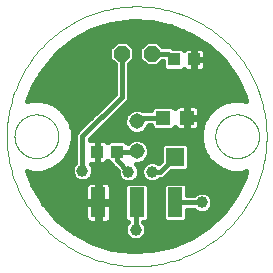
<source format=gtl>
G75*
%MOIN*%
%OFA0B0*%
%FSLAX25Y25*%
%IPPOS*%
%LPD*%
%AMOC8*
5,1,8,0,0,1.08239X$1,22.5*
%
%ADD10C,0.00197*%
%ADD11C,0.00000*%
%ADD12C,0.05150*%
%ADD13OC8,0.05200*%
%ADD14R,0.03937X0.04331*%
%ADD15R,0.05906X0.06299*%
%ADD16R,0.04724X0.04724*%
%ADD17R,0.05000X0.10000*%
%ADD18C,0.01600*%
%ADD19C,0.03962*%
D10*
X0001800Y0045501D02*
X0001813Y0046564D01*
X0001852Y0047626D01*
X0001917Y0048687D01*
X0002009Y0049746D01*
X0002126Y0050802D01*
X0002269Y0051855D01*
X0002438Y0052905D01*
X0002632Y0053950D01*
X0002852Y0054990D01*
X0003098Y0056024D01*
X0003369Y0057052D01*
X0003665Y0058072D01*
X0003986Y0059086D01*
X0004332Y0060091D01*
X0004702Y0061087D01*
X0005097Y0062074D01*
X0005515Y0063051D01*
X0005958Y0064017D01*
X0006424Y0064972D01*
X0006914Y0065916D01*
X0007426Y0066847D01*
X0007961Y0067765D01*
X0008519Y0068670D01*
X0009099Y0069561D01*
X0009700Y0070438D01*
X0010322Y0071299D01*
X0010966Y0072145D01*
X0011630Y0072975D01*
X0012315Y0073788D01*
X0013019Y0074584D01*
X0013742Y0075363D01*
X0014484Y0076124D01*
X0015245Y0076866D01*
X0016024Y0077589D01*
X0016820Y0078293D01*
X0017633Y0078978D01*
X0018463Y0079642D01*
X0019309Y0080286D01*
X0020170Y0080908D01*
X0021047Y0081509D01*
X0021938Y0082089D01*
X0022843Y0082647D01*
X0023761Y0083182D01*
X0024692Y0083694D01*
X0025636Y0084184D01*
X0026591Y0084650D01*
X0027557Y0085093D01*
X0028534Y0085511D01*
X0029521Y0085906D01*
X0030517Y0086276D01*
X0031522Y0086622D01*
X0032536Y0086943D01*
X0033556Y0087239D01*
X0034584Y0087510D01*
X0035618Y0087756D01*
X0036658Y0087976D01*
X0037703Y0088170D01*
X0038753Y0088339D01*
X0039806Y0088482D01*
X0040862Y0088599D01*
X0041921Y0088691D01*
X0042982Y0088756D01*
X0044044Y0088795D01*
X0045107Y0088808D01*
X0046170Y0088795D01*
X0047232Y0088756D01*
X0048293Y0088691D01*
X0049352Y0088599D01*
X0050408Y0088482D01*
X0051461Y0088339D01*
X0052511Y0088170D01*
X0053556Y0087976D01*
X0054596Y0087756D01*
X0055630Y0087510D01*
X0056658Y0087239D01*
X0057678Y0086943D01*
X0058692Y0086622D01*
X0059697Y0086276D01*
X0060693Y0085906D01*
X0061680Y0085511D01*
X0062657Y0085093D01*
X0063623Y0084650D01*
X0064578Y0084184D01*
X0065522Y0083694D01*
X0066453Y0083182D01*
X0067371Y0082647D01*
X0068276Y0082089D01*
X0069167Y0081509D01*
X0070044Y0080908D01*
X0070905Y0080286D01*
X0071751Y0079642D01*
X0072581Y0078978D01*
X0073394Y0078293D01*
X0074190Y0077589D01*
X0074969Y0076866D01*
X0075730Y0076124D01*
X0076472Y0075363D01*
X0077195Y0074584D01*
X0077899Y0073788D01*
X0078584Y0072975D01*
X0079248Y0072145D01*
X0079892Y0071299D01*
X0080514Y0070438D01*
X0081115Y0069561D01*
X0081695Y0068670D01*
X0082253Y0067765D01*
X0082788Y0066847D01*
X0083300Y0065916D01*
X0083790Y0064972D01*
X0084256Y0064017D01*
X0084699Y0063051D01*
X0085117Y0062074D01*
X0085512Y0061087D01*
X0085882Y0060091D01*
X0086228Y0059086D01*
X0086549Y0058072D01*
X0086845Y0057052D01*
X0087116Y0056024D01*
X0087362Y0054990D01*
X0087582Y0053950D01*
X0087776Y0052905D01*
X0087945Y0051855D01*
X0088088Y0050802D01*
X0088205Y0049746D01*
X0088297Y0048687D01*
X0088362Y0047626D01*
X0088401Y0046564D01*
X0088414Y0045501D01*
X0088401Y0044438D01*
X0088362Y0043376D01*
X0088297Y0042315D01*
X0088205Y0041256D01*
X0088088Y0040200D01*
X0087945Y0039147D01*
X0087776Y0038097D01*
X0087582Y0037052D01*
X0087362Y0036012D01*
X0087116Y0034978D01*
X0086845Y0033950D01*
X0086549Y0032930D01*
X0086228Y0031916D01*
X0085882Y0030911D01*
X0085512Y0029915D01*
X0085117Y0028928D01*
X0084699Y0027951D01*
X0084256Y0026985D01*
X0083790Y0026030D01*
X0083300Y0025086D01*
X0082788Y0024155D01*
X0082253Y0023237D01*
X0081695Y0022332D01*
X0081115Y0021441D01*
X0080514Y0020564D01*
X0079892Y0019703D01*
X0079248Y0018857D01*
X0078584Y0018027D01*
X0077899Y0017214D01*
X0077195Y0016418D01*
X0076472Y0015639D01*
X0075730Y0014878D01*
X0074969Y0014136D01*
X0074190Y0013413D01*
X0073394Y0012709D01*
X0072581Y0012024D01*
X0071751Y0011360D01*
X0070905Y0010716D01*
X0070044Y0010094D01*
X0069167Y0009493D01*
X0068276Y0008913D01*
X0067371Y0008355D01*
X0066453Y0007820D01*
X0065522Y0007308D01*
X0064578Y0006818D01*
X0063623Y0006352D01*
X0062657Y0005909D01*
X0061680Y0005491D01*
X0060693Y0005096D01*
X0059697Y0004726D01*
X0058692Y0004380D01*
X0057678Y0004059D01*
X0056658Y0003763D01*
X0055630Y0003492D01*
X0054596Y0003246D01*
X0053556Y0003026D01*
X0052511Y0002832D01*
X0051461Y0002663D01*
X0050408Y0002520D01*
X0049352Y0002403D01*
X0048293Y0002311D01*
X0047232Y0002246D01*
X0046170Y0002207D01*
X0045107Y0002194D01*
X0044044Y0002207D01*
X0042982Y0002246D01*
X0041921Y0002311D01*
X0040862Y0002403D01*
X0039806Y0002520D01*
X0038753Y0002663D01*
X0037703Y0002832D01*
X0036658Y0003026D01*
X0035618Y0003246D01*
X0034584Y0003492D01*
X0033556Y0003763D01*
X0032536Y0004059D01*
X0031522Y0004380D01*
X0030517Y0004726D01*
X0029521Y0005096D01*
X0028534Y0005491D01*
X0027557Y0005909D01*
X0026591Y0006352D01*
X0025636Y0006818D01*
X0024692Y0007308D01*
X0023761Y0007820D01*
X0022843Y0008355D01*
X0021938Y0008913D01*
X0021047Y0009493D01*
X0020170Y0010094D01*
X0019309Y0010716D01*
X0018463Y0011360D01*
X0017633Y0012024D01*
X0016820Y0012709D01*
X0016024Y0013413D01*
X0015245Y0014136D01*
X0014484Y0014878D01*
X0013742Y0015639D01*
X0013019Y0016418D01*
X0012315Y0017214D01*
X0011630Y0018027D01*
X0010966Y0018857D01*
X0010322Y0019703D01*
X0009700Y0020564D01*
X0009099Y0021441D01*
X0008519Y0022332D01*
X0007961Y0023237D01*
X0007426Y0024155D01*
X0006914Y0025086D01*
X0006424Y0026030D01*
X0005958Y0026985D01*
X0005515Y0027951D01*
X0005097Y0028928D01*
X0004702Y0029915D01*
X0004332Y0030911D01*
X0003986Y0031916D01*
X0003665Y0032930D01*
X0003369Y0033950D01*
X0003098Y0034978D01*
X0002852Y0036012D01*
X0002632Y0037052D01*
X0002438Y0038097D01*
X0002269Y0039147D01*
X0002126Y0040200D01*
X0002009Y0041256D01*
X0001917Y0042315D01*
X0001852Y0043376D01*
X0001813Y0044438D01*
X0001800Y0045501D01*
D11*
X0004360Y0045501D02*
X0004362Y0045680D01*
X0004369Y0045858D01*
X0004380Y0046037D01*
X0004395Y0046215D01*
X0004415Y0046393D01*
X0004439Y0046570D01*
X0004467Y0046746D01*
X0004500Y0046922D01*
X0004537Y0047097D01*
X0004578Y0047271D01*
X0004624Y0047443D01*
X0004674Y0047615D01*
X0004728Y0047786D01*
X0004786Y0047955D01*
X0004848Y0048122D01*
X0004914Y0048288D01*
X0004985Y0048452D01*
X0005059Y0048615D01*
X0005138Y0048776D01*
X0005220Y0048934D01*
X0005306Y0049091D01*
X0005396Y0049245D01*
X0005490Y0049397D01*
X0005587Y0049547D01*
X0005689Y0049695D01*
X0005793Y0049839D01*
X0005901Y0049982D01*
X0006013Y0050121D01*
X0006128Y0050258D01*
X0006247Y0050392D01*
X0006368Y0050523D01*
X0006493Y0050651D01*
X0006621Y0050776D01*
X0006752Y0050897D01*
X0006886Y0051016D01*
X0007023Y0051131D01*
X0007162Y0051243D01*
X0007305Y0051351D01*
X0007449Y0051455D01*
X0007597Y0051557D01*
X0007747Y0051654D01*
X0007899Y0051748D01*
X0008053Y0051838D01*
X0008210Y0051924D01*
X0008368Y0052006D01*
X0008529Y0052085D01*
X0008692Y0052159D01*
X0008856Y0052230D01*
X0009022Y0052296D01*
X0009189Y0052358D01*
X0009358Y0052416D01*
X0009529Y0052470D01*
X0009701Y0052520D01*
X0009873Y0052566D01*
X0010047Y0052607D01*
X0010222Y0052644D01*
X0010398Y0052677D01*
X0010574Y0052705D01*
X0010751Y0052729D01*
X0010929Y0052749D01*
X0011107Y0052764D01*
X0011286Y0052775D01*
X0011464Y0052782D01*
X0011643Y0052784D01*
X0011822Y0052782D01*
X0012000Y0052775D01*
X0012179Y0052764D01*
X0012357Y0052749D01*
X0012535Y0052729D01*
X0012712Y0052705D01*
X0012888Y0052677D01*
X0013064Y0052644D01*
X0013239Y0052607D01*
X0013413Y0052566D01*
X0013585Y0052520D01*
X0013757Y0052470D01*
X0013928Y0052416D01*
X0014097Y0052358D01*
X0014264Y0052296D01*
X0014430Y0052230D01*
X0014594Y0052159D01*
X0014757Y0052085D01*
X0014918Y0052006D01*
X0015076Y0051924D01*
X0015233Y0051838D01*
X0015387Y0051748D01*
X0015539Y0051654D01*
X0015689Y0051557D01*
X0015837Y0051455D01*
X0015981Y0051351D01*
X0016124Y0051243D01*
X0016263Y0051131D01*
X0016400Y0051016D01*
X0016534Y0050897D01*
X0016665Y0050776D01*
X0016793Y0050651D01*
X0016918Y0050523D01*
X0017039Y0050392D01*
X0017158Y0050258D01*
X0017273Y0050121D01*
X0017385Y0049982D01*
X0017493Y0049839D01*
X0017597Y0049695D01*
X0017699Y0049547D01*
X0017796Y0049397D01*
X0017890Y0049245D01*
X0017980Y0049091D01*
X0018066Y0048934D01*
X0018148Y0048776D01*
X0018227Y0048615D01*
X0018301Y0048452D01*
X0018372Y0048288D01*
X0018438Y0048122D01*
X0018500Y0047955D01*
X0018558Y0047786D01*
X0018612Y0047615D01*
X0018662Y0047443D01*
X0018708Y0047271D01*
X0018749Y0047097D01*
X0018786Y0046922D01*
X0018819Y0046746D01*
X0018847Y0046570D01*
X0018871Y0046393D01*
X0018891Y0046215D01*
X0018906Y0046037D01*
X0018917Y0045858D01*
X0018924Y0045680D01*
X0018926Y0045501D01*
X0018924Y0045322D01*
X0018917Y0045144D01*
X0018906Y0044965D01*
X0018891Y0044787D01*
X0018871Y0044609D01*
X0018847Y0044432D01*
X0018819Y0044256D01*
X0018786Y0044080D01*
X0018749Y0043905D01*
X0018708Y0043731D01*
X0018662Y0043559D01*
X0018612Y0043387D01*
X0018558Y0043216D01*
X0018500Y0043047D01*
X0018438Y0042880D01*
X0018372Y0042714D01*
X0018301Y0042550D01*
X0018227Y0042387D01*
X0018148Y0042226D01*
X0018066Y0042068D01*
X0017980Y0041911D01*
X0017890Y0041757D01*
X0017796Y0041605D01*
X0017699Y0041455D01*
X0017597Y0041307D01*
X0017493Y0041163D01*
X0017385Y0041020D01*
X0017273Y0040881D01*
X0017158Y0040744D01*
X0017039Y0040610D01*
X0016918Y0040479D01*
X0016793Y0040351D01*
X0016665Y0040226D01*
X0016534Y0040105D01*
X0016400Y0039986D01*
X0016263Y0039871D01*
X0016124Y0039759D01*
X0015981Y0039651D01*
X0015837Y0039547D01*
X0015689Y0039445D01*
X0015539Y0039348D01*
X0015387Y0039254D01*
X0015233Y0039164D01*
X0015076Y0039078D01*
X0014918Y0038996D01*
X0014757Y0038917D01*
X0014594Y0038843D01*
X0014430Y0038772D01*
X0014264Y0038706D01*
X0014097Y0038644D01*
X0013928Y0038586D01*
X0013757Y0038532D01*
X0013585Y0038482D01*
X0013413Y0038436D01*
X0013239Y0038395D01*
X0013064Y0038358D01*
X0012888Y0038325D01*
X0012712Y0038297D01*
X0012535Y0038273D01*
X0012357Y0038253D01*
X0012179Y0038238D01*
X0012000Y0038227D01*
X0011822Y0038220D01*
X0011643Y0038218D01*
X0011464Y0038220D01*
X0011286Y0038227D01*
X0011107Y0038238D01*
X0010929Y0038253D01*
X0010751Y0038273D01*
X0010574Y0038297D01*
X0010398Y0038325D01*
X0010222Y0038358D01*
X0010047Y0038395D01*
X0009873Y0038436D01*
X0009701Y0038482D01*
X0009529Y0038532D01*
X0009358Y0038586D01*
X0009189Y0038644D01*
X0009022Y0038706D01*
X0008856Y0038772D01*
X0008692Y0038843D01*
X0008529Y0038917D01*
X0008368Y0038996D01*
X0008210Y0039078D01*
X0008053Y0039164D01*
X0007899Y0039254D01*
X0007747Y0039348D01*
X0007597Y0039445D01*
X0007449Y0039547D01*
X0007305Y0039651D01*
X0007162Y0039759D01*
X0007023Y0039871D01*
X0006886Y0039986D01*
X0006752Y0040105D01*
X0006621Y0040226D01*
X0006493Y0040351D01*
X0006368Y0040479D01*
X0006247Y0040610D01*
X0006128Y0040744D01*
X0006013Y0040881D01*
X0005901Y0041020D01*
X0005793Y0041163D01*
X0005689Y0041307D01*
X0005587Y0041455D01*
X0005490Y0041605D01*
X0005396Y0041757D01*
X0005306Y0041911D01*
X0005220Y0042068D01*
X0005138Y0042226D01*
X0005059Y0042387D01*
X0004985Y0042550D01*
X0004914Y0042714D01*
X0004848Y0042880D01*
X0004786Y0043047D01*
X0004728Y0043216D01*
X0004674Y0043387D01*
X0004624Y0043559D01*
X0004578Y0043731D01*
X0004537Y0043905D01*
X0004500Y0044080D01*
X0004467Y0044256D01*
X0004439Y0044432D01*
X0004415Y0044609D01*
X0004395Y0044787D01*
X0004380Y0044965D01*
X0004369Y0045144D01*
X0004362Y0045322D01*
X0004360Y0045501D01*
X0071289Y0045501D02*
X0071291Y0045680D01*
X0071298Y0045858D01*
X0071309Y0046037D01*
X0071324Y0046215D01*
X0071344Y0046393D01*
X0071368Y0046570D01*
X0071396Y0046746D01*
X0071429Y0046922D01*
X0071466Y0047097D01*
X0071507Y0047271D01*
X0071553Y0047443D01*
X0071603Y0047615D01*
X0071657Y0047786D01*
X0071715Y0047955D01*
X0071777Y0048122D01*
X0071843Y0048288D01*
X0071914Y0048452D01*
X0071988Y0048615D01*
X0072067Y0048776D01*
X0072149Y0048934D01*
X0072235Y0049091D01*
X0072325Y0049245D01*
X0072419Y0049397D01*
X0072516Y0049547D01*
X0072618Y0049695D01*
X0072722Y0049839D01*
X0072830Y0049982D01*
X0072942Y0050121D01*
X0073057Y0050258D01*
X0073176Y0050392D01*
X0073297Y0050523D01*
X0073422Y0050651D01*
X0073550Y0050776D01*
X0073681Y0050897D01*
X0073815Y0051016D01*
X0073952Y0051131D01*
X0074091Y0051243D01*
X0074234Y0051351D01*
X0074378Y0051455D01*
X0074526Y0051557D01*
X0074676Y0051654D01*
X0074828Y0051748D01*
X0074982Y0051838D01*
X0075139Y0051924D01*
X0075297Y0052006D01*
X0075458Y0052085D01*
X0075621Y0052159D01*
X0075785Y0052230D01*
X0075951Y0052296D01*
X0076118Y0052358D01*
X0076287Y0052416D01*
X0076458Y0052470D01*
X0076630Y0052520D01*
X0076802Y0052566D01*
X0076976Y0052607D01*
X0077151Y0052644D01*
X0077327Y0052677D01*
X0077503Y0052705D01*
X0077680Y0052729D01*
X0077858Y0052749D01*
X0078036Y0052764D01*
X0078215Y0052775D01*
X0078393Y0052782D01*
X0078572Y0052784D01*
X0078751Y0052782D01*
X0078929Y0052775D01*
X0079108Y0052764D01*
X0079286Y0052749D01*
X0079464Y0052729D01*
X0079641Y0052705D01*
X0079817Y0052677D01*
X0079993Y0052644D01*
X0080168Y0052607D01*
X0080342Y0052566D01*
X0080514Y0052520D01*
X0080686Y0052470D01*
X0080857Y0052416D01*
X0081026Y0052358D01*
X0081193Y0052296D01*
X0081359Y0052230D01*
X0081523Y0052159D01*
X0081686Y0052085D01*
X0081847Y0052006D01*
X0082005Y0051924D01*
X0082162Y0051838D01*
X0082316Y0051748D01*
X0082468Y0051654D01*
X0082618Y0051557D01*
X0082766Y0051455D01*
X0082910Y0051351D01*
X0083053Y0051243D01*
X0083192Y0051131D01*
X0083329Y0051016D01*
X0083463Y0050897D01*
X0083594Y0050776D01*
X0083722Y0050651D01*
X0083847Y0050523D01*
X0083968Y0050392D01*
X0084087Y0050258D01*
X0084202Y0050121D01*
X0084314Y0049982D01*
X0084422Y0049839D01*
X0084526Y0049695D01*
X0084628Y0049547D01*
X0084725Y0049397D01*
X0084819Y0049245D01*
X0084909Y0049091D01*
X0084995Y0048934D01*
X0085077Y0048776D01*
X0085156Y0048615D01*
X0085230Y0048452D01*
X0085301Y0048288D01*
X0085367Y0048122D01*
X0085429Y0047955D01*
X0085487Y0047786D01*
X0085541Y0047615D01*
X0085591Y0047443D01*
X0085637Y0047271D01*
X0085678Y0047097D01*
X0085715Y0046922D01*
X0085748Y0046746D01*
X0085776Y0046570D01*
X0085800Y0046393D01*
X0085820Y0046215D01*
X0085835Y0046037D01*
X0085846Y0045858D01*
X0085853Y0045680D01*
X0085855Y0045501D01*
X0085853Y0045322D01*
X0085846Y0045144D01*
X0085835Y0044965D01*
X0085820Y0044787D01*
X0085800Y0044609D01*
X0085776Y0044432D01*
X0085748Y0044256D01*
X0085715Y0044080D01*
X0085678Y0043905D01*
X0085637Y0043731D01*
X0085591Y0043559D01*
X0085541Y0043387D01*
X0085487Y0043216D01*
X0085429Y0043047D01*
X0085367Y0042880D01*
X0085301Y0042714D01*
X0085230Y0042550D01*
X0085156Y0042387D01*
X0085077Y0042226D01*
X0084995Y0042068D01*
X0084909Y0041911D01*
X0084819Y0041757D01*
X0084725Y0041605D01*
X0084628Y0041455D01*
X0084526Y0041307D01*
X0084422Y0041163D01*
X0084314Y0041020D01*
X0084202Y0040881D01*
X0084087Y0040744D01*
X0083968Y0040610D01*
X0083847Y0040479D01*
X0083722Y0040351D01*
X0083594Y0040226D01*
X0083463Y0040105D01*
X0083329Y0039986D01*
X0083192Y0039871D01*
X0083053Y0039759D01*
X0082910Y0039651D01*
X0082766Y0039547D01*
X0082618Y0039445D01*
X0082468Y0039348D01*
X0082316Y0039254D01*
X0082162Y0039164D01*
X0082005Y0039078D01*
X0081847Y0038996D01*
X0081686Y0038917D01*
X0081523Y0038843D01*
X0081359Y0038772D01*
X0081193Y0038706D01*
X0081026Y0038644D01*
X0080857Y0038586D01*
X0080686Y0038532D01*
X0080514Y0038482D01*
X0080342Y0038436D01*
X0080168Y0038395D01*
X0079993Y0038358D01*
X0079817Y0038325D01*
X0079641Y0038297D01*
X0079464Y0038273D01*
X0079286Y0038253D01*
X0079108Y0038238D01*
X0078929Y0038227D01*
X0078751Y0038220D01*
X0078572Y0038218D01*
X0078393Y0038220D01*
X0078215Y0038227D01*
X0078036Y0038238D01*
X0077858Y0038253D01*
X0077680Y0038273D01*
X0077503Y0038297D01*
X0077327Y0038325D01*
X0077151Y0038358D01*
X0076976Y0038395D01*
X0076802Y0038436D01*
X0076630Y0038482D01*
X0076458Y0038532D01*
X0076287Y0038586D01*
X0076118Y0038644D01*
X0075951Y0038706D01*
X0075785Y0038772D01*
X0075621Y0038843D01*
X0075458Y0038917D01*
X0075297Y0038996D01*
X0075139Y0039078D01*
X0074982Y0039164D01*
X0074828Y0039254D01*
X0074676Y0039348D01*
X0074526Y0039445D01*
X0074378Y0039547D01*
X0074234Y0039651D01*
X0074091Y0039759D01*
X0073952Y0039871D01*
X0073815Y0039986D01*
X0073681Y0040105D01*
X0073550Y0040226D01*
X0073422Y0040351D01*
X0073297Y0040479D01*
X0073176Y0040610D01*
X0073057Y0040744D01*
X0072942Y0040881D01*
X0072830Y0041020D01*
X0072722Y0041163D01*
X0072618Y0041307D01*
X0072516Y0041455D01*
X0072419Y0041605D01*
X0072325Y0041757D01*
X0072235Y0041911D01*
X0072149Y0042068D01*
X0072067Y0042226D01*
X0071988Y0042387D01*
X0071914Y0042550D01*
X0071843Y0042714D01*
X0071777Y0042880D01*
X0071715Y0043047D01*
X0071657Y0043216D01*
X0071603Y0043387D01*
X0071553Y0043559D01*
X0071507Y0043731D01*
X0071466Y0043905D01*
X0071429Y0044080D01*
X0071396Y0044256D01*
X0071368Y0044432D01*
X0071344Y0044609D01*
X0071324Y0044787D01*
X0071309Y0044965D01*
X0071298Y0045144D01*
X0071291Y0045322D01*
X0071289Y0045501D01*
D12*
X0045107Y0050501D03*
X0045107Y0040501D03*
D13*
X0040107Y0073060D03*
X0050107Y0073060D03*
D14*
X0057509Y0071091D03*
X0064202Y0071091D03*
X0038611Y0040383D03*
X0031918Y0040383D03*
D15*
X0057902Y0038611D03*
D16*
X0053965Y0051702D03*
X0061839Y0051702D03*
D17*
X0057902Y0023454D03*
X0045107Y0023454D03*
X0032312Y0023454D03*
D18*
X0018564Y0017739D02*
X0014034Y0022925D01*
X0010502Y0028836D01*
X0008641Y0033795D01*
X0010052Y0033417D01*
X0013233Y0033417D01*
X0016307Y0034241D01*
X0019062Y0035832D01*
X0021312Y0038081D01*
X0022903Y0040837D01*
X0023726Y0043910D01*
X0023726Y0047092D01*
X0022903Y0050165D01*
X0021312Y0052920D01*
X0019062Y0055170D01*
X0016307Y0056761D01*
X0013233Y0057584D01*
X0010052Y0057584D01*
X0008641Y0057206D01*
X0010502Y0062166D01*
X0014034Y0068077D01*
X0018564Y0073262D01*
X0023948Y0077556D01*
X0030012Y0080819D01*
X0036560Y0082946D01*
X0043384Y0083871D01*
X0050263Y0083562D01*
X0056976Y0082030D01*
X0063308Y0079323D01*
X0069054Y0075530D01*
X0074032Y0070771D01*
X0078079Y0065201D01*
X0081067Y0058997D01*
X0081560Y0057210D01*
X0080162Y0057584D01*
X0076981Y0057584D01*
X0073908Y0056761D01*
X0071152Y0055170D01*
X0068902Y0052920D01*
X0067312Y0050165D01*
X0066488Y0047092D01*
X0066488Y0043910D01*
X0067312Y0040837D01*
X0068902Y0038081D01*
X0071152Y0035832D01*
X0073908Y0034241D01*
X0076981Y0033417D01*
X0080162Y0033417D01*
X0081560Y0033792D01*
X0081067Y0032005D01*
X0078079Y0025801D01*
X0074032Y0020230D01*
X0074032Y0020230D01*
X0069055Y0015472D01*
X0063308Y0011678D01*
X0056976Y0008972D01*
X0050263Y0007440D01*
X0043384Y0007131D01*
X0036560Y0008055D01*
X0030012Y0010183D01*
X0023948Y0013446D01*
X0018564Y0017739D01*
X0018180Y0018179D02*
X0028022Y0018179D01*
X0028012Y0018217D02*
X0028134Y0017759D01*
X0028371Y0017348D01*
X0028707Y0017013D01*
X0029117Y0016776D01*
X0029575Y0016654D01*
X0031862Y0016654D01*
X0031862Y0023003D01*
X0032762Y0023003D01*
X0032762Y0016654D01*
X0035049Y0016654D01*
X0035507Y0016776D01*
X0035917Y0017013D01*
X0036252Y0017348D01*
X0036489Y0017759D01*
X0036612Y0018217D01*
X0036612Y0023004D01*
X0032762Y0023004D01*
X0032762Y0023904D01*
X0031862Y0023904D01*
X0031862Y0030254D01*
X0029575Y0030254D01*
X0029117Y0030131D01*
X0028707Y0029894D01*
X0028371Y0029559D01*
X0028134Y0029148D01*
X0028012Y0028691D01*
X0028012Y0023904D01*
X0031862Y0023904D01*
X0031862Y0023004D01*
X0028012Y0023004D01*
X0028012Y0018217D01*
X0028012Y0019777D02*
X0016784Y0019777D01*
X0015387Y0021376D02*
X0028012Y0021376D01*
X0028012Y0022974D02*
X0014004Y0022974D01*
X0013049Y0024573D02*
X0028012Y0024573D01*
X0028012Y0026171D02*
X0012094Y0026171D01*
X0011139Y0027770D02*
X0028012Y0027770D01*
X0028262Y0029368D02*
X0010302Y0029368D01*
X0009702Y0030967D02*
X0025163Y0030967D01*
X0024968Y0031048D02*
X0026285Y0030502D01*
X0027709Y0030502D01*
X0029025Y0031048D01*
X0030033Y0032055D01*
X0030578Y0033371D01*
X0030578Y0034796D01*
X0030033Y0036112D01*
X0029727Y0036417D01*
X0031734Y0036417D01*
X0031734Y0040198D01*
X0032102Y0040198D01*
X0032102Y0036417D01*
X0034124Y0036417D01*
X0034581Y0036540D01*
X0034992Y0036777D01*
X0035327Y0037112D01*
X0035385Y0037212D01*
X0035980Y0036617D01*
X0036350Y0036617D01*
X0036576Y0036070D01*
X0038770Y0033877D01*
X0038770Y0032977D01*
X0039315Y0031661D01*
X0040323Y0030654D01*
X0041639Y0030109D01*
X0043064Y0030109D01*
X0044380Y0030654D01*
X0045387Y0031661D01*
X0045932Y0032977D01*
X0045932Y0034402D01*
X0045387Y0035718D01*
X0044779Y0036326D01*
X0045937Y0036326D01*
X0047472Y0036962D01*
X0048646Y0038136D01*
X0049282Y0039670D01*
X0049282Y0041331D01*
X0048646Y0042866D01*
X0047472Y0044040D01*
X0045937Y0044676D01*
X0044277Y0044676D01*
X0042742Y0044040D01*
X0042046Y0043344D01*
X0041242Y0044148D01*
X0035980Y0044148D01*
X0035385Y0043553D01*
X0035327Y0043653D01*
X0034992Y0043988D01*
X0034581Y0044225D01*
X0034124Y0044348D01*
X0032102Y0044348D01*
X0032102Y0040567D01*
X0031734Y0040567D01*
X0031734Y0044348D01*
X0029713Y0044348D01*
X0029397Y0044263D01*
X0029397Y0044507D01*
X0042142Y0057252D01*
X0042507Y0058134D01*
X0042507Y0069520D01*
X0044307Y0071320D01*
X0044307Y0074800D01*
X0041847Y0077260D01*
X0038367Y0077260D01*
X0035907Y0074800D01*
X0035907Y0071320D01*
X0037707Y0069520D01*
X0037707Y0059605D01*
X0025637Y0047535D01*
X0024962Y0046860D01*
X0024597Y0045978D01*
X0024597Y0036748D01*
X0023961Y0036112D01*
X0023416Y0034796D01*
X0023416Y0033371D01*
X0023961Y0032055D01*
X0024968Y0031048D01*
X0023749Y0032565D02*
X0009102Y0032565D01*
X0016020Y0034164D02*
X0023416Y0034164D01*
X0023816Y0035762D02*
X0018942Y0035762D01*
X0020591Y0037361D02*
X0024597Y0037361D01*
X0024597Y0038959D02*
X0021819Y0038959D01*
X0022742Y0040558D02*
X0024597Y0040558D01*
X0024597Y0042156D02*
X0023256Y0042156D01*
X0023684Y0043755D02*
X0024597Y0043755D01*
X0024597Y0045354D02*
X0023726Y0045354D01*
X0023726Y0046952D02*
X0025054Y0046952D01*
X0025637Y0047535D02*
X0025637Y0047535D01*
X0026652Y0048551D02*
X0023335Y0048551D01*
X0022907Y0050149D02*
X0028251Y0050149D01*
X0029850Y0051748D02*
X0021989Y0051748D01*
X0020886Y0053346D02*
X0031448Y0053346D01*
X0033047Y0054945D02*
X0019287Y0054945D01*
X0016684Y0056543D02*
X0034645Y0056543D01*
X0036244Y0058142D02*
X0008992Y0058142D01*
X0009592Y0059740D02*
X0037707Y0059740D01*
X0037707Y0061339D02*
X0010192Y0061339D01*
X0010963Y0062937D02*
X0037707Y0062937D01*
X0037707Y0064536D02*
X0011918Y0064536D01*
X0012873Y0066134D02*
X0037707Y0066134D01*
X0037707Y0067733D02*
X0013828Y0067733D01*
X0015130Y0069331D02*
X0037707Y0069331D01*
X0036298Y0070930D02*
X0016526Y0070930D01*
X0017923Y0072528D02*
X0035907Y0072528D01*
X0035907Y0074127D02*
X0019648Y0074127D01*
X0021653Y0075725D02*
X0036833Y0075725D01*
X0040107Y0073060D02*
X0040107Y0058611D01*
X0026997Y0045501D01*
X0026997Y0034083D01*
X0028831Y0030967D02*
X0040010Y0030967D01*
X0038941Y0032565D02*
X0030244Y0032565D01*
X0030578Y0034164D02*
X0038483Y0034164D01*
X0036884Y0035762D02*
X0030178Y0035762D01*
X0032115Y0036052D02*
X0032115Y0040186D01*
X0031918Y0040383D01*
X0031734Y0038959D02*
X0032102Y0038959D01*
X0032102Y0037361D02*
X0031734Y0037361D01*
X0032115Y0036052D02*
X0034871Y0033296D01*
X0035049Y0030254D02*
X0032762Y0030254D01*
X0032762Y0023904D01*
X0036612Y0023904D01*
X0036612Y0028691D01*
X0036489Y0029148D01*
X0036252Y0029559D01*
X0035917Y0029894D01*
X0035507Y0030131D01*
X0035049Y0030254D01*
X0036362Y0029368D02*
X0041259Y0029368D01*
X0041007Y0029116D02*
X0041007Y0017791D01*
X0041944Y0016854D01*
X0042104Y0016854D01*
X0041677Y0016427D01*
X0041132Y0015111D01*
X0041132Y0013686D01*
X0041677Y0012370D01*
X0042685Y0011363D01*
X0044001Y0010817D01*
X0045426Y0010817D01*
X0046742Y0011363D01*
X0047749Y0012370D01*
X0048294Y0013686D01*
X0048294Y0015111D01*
X0047749Y0016427D01*
X0047323Y0016854D01*
X0048270Y0016854D01*
X0049207Y0017791D01*
X0049207Y0029116D01*
X0048270Y0030054D01*
X0041944Y0030054D01*
X0041007Y0029116D01*
X0041007Y0027770D02*
X0036612Y0027770D01*
X0036612Y0026171D02*
X0041007Y0026171D01*
X0041007Y0024573D02*
X0036612Y0024573D01*
X0036612Y0022974D02*
X0041007Y0022974D01*
X0041007Y0021376D02*
X0036612Y0021376D01*
X0036612Y0019777D02*
X0041007Y0019777D01*
X0041007Y0018179D02*
X0036602Y0018179D01*
X0032762Y0018179D02*
X0031862Y0018179D01*
X0031862Y0019777D02*
X0032762Y0019777D01*
X0032762Y0021376D02*
X0031862Y0021376D01*
X0031862Y0022974D02*
X0032762Y0022974D01*
X0032762Y0024573D02*
X0031862Y0024573D01*
X0031862Y0026171D02*
X0032762Y0026171D01*
X0032762Y0027770D02*
X0031862Y0027770D01*
X0031862Y0029368D02*
X0032762Y0029368D01*
X0038611Y0037430D02*
X0042351Y0033690D01*
X0044693Y0030967D02*
X0047884Y0030967D01*
X0048197Y0030654D02*
X0049513Y0030109D01*
X0050938Y0030109D01*
X0052254Y0030654D01*
X0052890Y0031290D01*
X0053458Y0031290D01*
X0054341Y0031655D01*
X0056547Y0033861D01*
X0061518Y0033861D01*
X0062455Y0034799D01*
X0062455Y0042423D01*
X0061518Y0043361D01*
X0054287Y0043361D01*
X0053350Y0042423D01*
X0053350Y0037452D01*
X0052438Y0036541D01*
X0052254Y0036726D01*
X0050938Y0037271D01*
X0049513Y0037271D01*
X0048197Y0036726D01*
X0047189Y0035718D01*
X0046644Y0034402D01*
X0046644Y0032977D01*
X0047189Y0031661D01*
X0048197Y0030654D01*
X0048955Y0029368D02*
X0054054Y0029368D01*
X0053802Y0029116D02*
X0053802Y0017791D01*
X0054740Y0016854D01*
X0061065Y0016854D01*
X0062002Y0017791D01*
X0062002Y0021054D01*
X0064096Y0021054D01*
X0064732Y0020418D01*
X0066048Y0019872D01*
X0067473Y0019872D01*
X0068789Y0020418D01*
X0069797Y0021425D01*
X0070342Y0022741D01*
X0070342Y0024166D01*
X0069797Y0025482D01*
X0068789Y0026489D01*
X0067473Y0027035D01*
X0066048Y0027035D01*
X0064732Y0026489D01*
X0064096Y0025854D01*
X0062002Y0025854D01*
X0062002Y0029116D01*
X0061065Y0030054D01*
X0054740Y0030054D01*
X0053802Y0029116D01*
X0053802Y0027770D02*
X0049207Y0027770D01*
X0049207Y0026171D02*
X0053802Y0026171D01*
X0053802Y0024573D02*
X0049207Y0024573D01*
X0049207Y0022974D02*
X0053802Y0022974D01*
X0053802Y0021376D02*
X0049207Y0021376D01*
X0049207Y0019777D02*
X0053802Y0019777D01*
X0053802Y0018179D02*
X0049207Y0018179D01*
X0047596Y0016580D02*
X0070214Y0016580D01*
X0071886Y0018179D02*
X0062002Y0018179D01*
X0062002Y0019777D02*
X0073558Y0019777D01*
X0074864Y0021376D02*
X0069747Y0021376D01*
X0070342Y0022974D02*
X0076025Y0022974D01*
X0077187Y0024573D02*
X0070173Y0024573D01*
X0069107Y0026171D02*
X0078257Y0026171D01*
X0079027Y0027770D02*
X0062002Y0027770D01*
X0062002Y0026171D02*
X0064414Y0026171D01*
X0066761Y0023454D02*
X0057902Y0023454D01*
X0061750Y0029368D02*
X0079797Y0029368D01*
X0080567Y0030967D02*
X0052567Y0030967D01*
X0052981Y0033690D02*
X0050225Y0033690D01*
X0052981Y0033690D02*
X0057902Y0038611D01*
X0053350Y0038959D02*
X0048987Y0038959D01*
X0047871Y0037361D02*
X0053258Y0037361D01*
X0053350Y0040558D02*
X0049282Y0040558D01*
X0048940Y0042156D02*
X0053350Y0042156D01*
X0050940Y0047739D02*
X0056990Y0047739D01*
X0057835Y0048584D01*
X0058037Y0048234D01*
X0058372Y0047899D01*
X0058782Y0047662D01*
X0059240Y0047539D01*
X0061458Y0047539D01*
X0061458Y0051320D01*
X0062220Y0051320D01*
X0062220Y0047539D01*
X0064439Y0047539D01*
X0064896Y0047662D01*
X0065307Y0047899D01*
X0065642Y0048234D01*
X0065879Y0048645D01*
X0066002Y0049102D01*
X0066002Y0051320D01*
X0062221Y0051320D01*
X0062221Y0052083D01*
X0066002Y0052083D01*
X0066002Y0054301D01*
X0065879Y0054759D01*
X0065642Y0055169D01*
X0065307Y0055504D01*
X0064896Y0055741D01*
X0064439Y0055864D01*
X0062220Y0055864D01*
X0062220Y0052083D01*
X0061458Y0052083D01*
X0061458Y0055864D01*
X0059240Y0055864D01*
X0058782Y0055741D01*
X0058372Y0055504D01*
X0058037Y0055169D01*
X0057835Y0054819D01*
X0056990Y0055664D01*
X0050940Y0055664D01*
X0050003Y0054727D01*
X0050003Y0054102D01*
X0047323Y0054102D01*
X0045937Y0054676D01*
X0044277Y0054676D01*
X0042742Y0054040D01*
X0041568Y0052866D01*
X0040932Y0051331D01*
X0040932Y0049670D01*
X0041568Y0048136D01*
X0042742Y0046962D01*
X0044277Y0046326D01*
X0045937Y0046326D01*
X0047472Y0046962D01*
X0048646Y0048136D01*
X0049129Y0049302D01*
X0050003Y0049302D01*
X0050003Y0048677D01*
X0050940Y0047739D01*
X0050129Y0048551D02*
X0048818Y0048551D01*
X0047449Y0046952D02*
X0066488Y0046952D01*
X0066488Y0045354D02*
X0030244Y0045354D01*
X0031734Y0043755D02*
X0032102Y0043755D01*
X0032102Y0042156D02*
X0031734Y0042156D01*
X0035225Y0043755D02*
X0035587Y0043755D01*
X0038611Y0040383D02*
X0038611Y0037430D01*
X0038611Y0040383D02*
X0044989Y0040383D01*
X0045107Y0040501D01*
X0042457Y0043755D02*
X0041635Y0043755D01*
X0042765Y0046952D02*
X0031842Y0046952D01*
X0033441Y0048551D02*
X0041396Y0048551D01*
X0040932Y0050149D02*
X0035039Y0050149D01*
X0036638Y0051748D02*
X0041105Y0051748D01*
X0042048Y0053346D02*
X0038236Y0053346D01*
X0039835Y0054945D02*
X0050221Y0054945D01*
X0053965Y0051702D02*
X0046308Y0051702D01*
X0045107Y0050501D01*
X0041433Y0056543D02*
X0073531Y0056543D01*
X0070927Y0054945D02*
X0065772Y0054945D01*
X0066002Y0053346D02*
X0069328Y0053346D01*
X0068225Y0051748D02*
X0062221Y0051748D01*
X0062220Y0053346D02*
X0061458Y0053346D01*
X0061458Y0054945D02*
X0062220Y0054945D01*
X0057907Y0054945D02*
X0057709Y0054945D01*
X0061458Y0050149D02*
X0062220Y0050149D01*
X0062220Y0048551D02*
X0061458Y0048551D01*
X0057854Y0048551D02*
X0057801Y0048551D01*
X0062455Y0042156D02*
X0066958Y0042156D01*
X0066530Y0043755D02*
X0047757Y0043755D01*
X0047233Y0035762D02*
X0045343Y0035762D01*
X0045932Y0034164D02*
X0046644Y0034164D01*
X0046815Y0032565D02*
X0045762Y0032565D01*
X0045107Y0023454D02*
X0044713Y0023060D01*
X0044713Y0014398D01*
X0042263Y0011785D02*
X0027035Y0011785D01*
X0024064Y0013383D02*
X0041258Y0013383D01*
X0041132Y0014982D02*
X0022022Y0014982D01*
X0020017Y0016580D02*
X0041831Y0016580D01*
X0047164Y0011785D02*
X0063469Y0011785D01*
X0065891Y0013383D02*
X0048169Y0013383D01*
X0048294Y0014982D02*
X0068312Y0014982D01*
X0059817Y0010186D02*
X0030005Y0010186D01*
X0034921Y0008588D02*
X0055293Y0008588D01*
X0055251Y0032565D02*
X0081221Y0032565D01*
X0074194Y0034164D02*
X0061820Y0034164D01*
X0062455Y0035762D02*
X0071272Y0035762D01*
X0069623Y0037361D02*
X0062455Y0037361D01*
X0062455Y0038959D02*
X0068395Y0038959D01*
X0067473Y0040558D02*
X0062455Y0040558D01*
X0065825Y0048551D02*
X0066879Y0048551D01*
X0067307Y0050149D02*
X0066002Y0050149D01*
X0079169Y0062937D02*
X0042507Y0062937D01*
X0042507Y0061339D02*
X0079939Y0061339D01*
X0080709Y0059740D02*
X0042507Y0059740D01*
X0042507Y0058142D02*
X0081303Y0058142D01*
X0078399Y0064536D02*
X0042507Y0064536D01*
X0042507Y0066134D02*
X0077401Y0066134D01*
X0076239Y0067733D02*
X0067522Y0067733D01*
X0067610Y0067821D02*
X0067847Y0068231D01*
X0067970Y0068689D01*
X0067970Y0070907D01*
X0064386Y0070907D01*
X0064386Y0071276D01*
X0064017Y0071276D01*
X0064017Y0075057D01*
X0061996Y0075057D01*
X0061538Y0074934D01*
X0061128Y0074697D01*
X0060793Y0074362D01*
X0060735Y0074262D01*
X0060140Y0074857D01*
X0057137Y0074857D01*
X0056900Y0075094D01*
X0056018Y0075460D01*
X0053647Y0075460D01*
X0051847Y0077260D01*
X0048367Y0077260D01*
X0045907Y0074800D01*
X0045907Y0071320D01*
X0048367Y0068860D01*
X0051847Y0068860D01*
X0053647Y0070660D01*
X0053940Y0070660D01*
X0053940Y0068263D01*
X0054877Y0067326D01*
X0060140Y0067326D01*
X0060735Y0067921D01*
X0060793Y0067821D01*
X0061128Y0067486D01*
X0061538Y0067249D01*
X0061996Y0067126D01*
X0064017Y0067126D01*
X0064017Y0070907D01*
X0064386Y0070907D01*
X0064386Y0067126D01*
X0066407Y0067126D01*
X0066865Y0067249D01*
X0067275Y0067486D01*
X0067610Y0067821D01*
X0067970Y0069331D02*
X0075078Y0069331D01*
X0073866Y0070930D02*
X0064386Y0070930D01*
X0064386Y0071276D02*
X0067970Y0071276D01*
X0067970Y0073494D01*
X0067847Y0073951D01*
X0067610Y0074362D01*
X0067275Y0074697D01*
X0066865Y0074934D01*
X0066407Y0075057D01*
X0064386Y0075057D01*
X0064386Y0071276D01*
X0064386Y0072528D02*
X0064017Y0072528D01*
X0064017Y0074127D02*
X0064386Y0074127D01*
X0067746Y0074127D02*
X0070522Y0074127D01*
X0072194Y0072528D02*
X0067970Y0072528D01*
X0068759Y0075725D02*
X0053381Y0075725D01*
X0055540Y0073060D02*
X0057509Y0071091D01*
X0055540Y0073060D02*
X0050107Y0073060D01*
X0046833Y0075725D02*
X0043381Y0075725D01*
X0044307Y0074127D02*
X0045907Y0074127D01*
X0045907Y0072528D02*
X0044307Y0072528D01*
X0043917Y0070930D02*
X0046298Y0070930D01*
X0047896Y0069331D02*
X0042507Y0069331D01*
X0042507Y0067733D02*
X0054471Y0067733D01*
X0053940Y0069331D02*
X0052318Y0069331D01*
X0060547Y0067733D02*
X0060881Y0067733D01*
X0064017Y0067733D02*
X0064386Y0067733D01*
X0064386Y0069331D02*
X0064017Y0069331D01*
X0066337Y0077324D02*
X0023657Y0077324D01*
X0026487Y0078922D02*
X0063915Y0078922D01*
X0060506Y0080521D02*
X0029458Y0080521D01*
X0034014Y0082119D02*
X0056583Y0082119D01*
X0046790Y0083718D02*
X0042254Y0083718D01*
D19*
X0042351Y0033690D03*
X0034871Y0033296D03*
X0026997Y0034083D03*
X0044713Y0014398D03*
X0050225Y0033690D03*
X0066761Y0023454D03*
M02*

</source>
